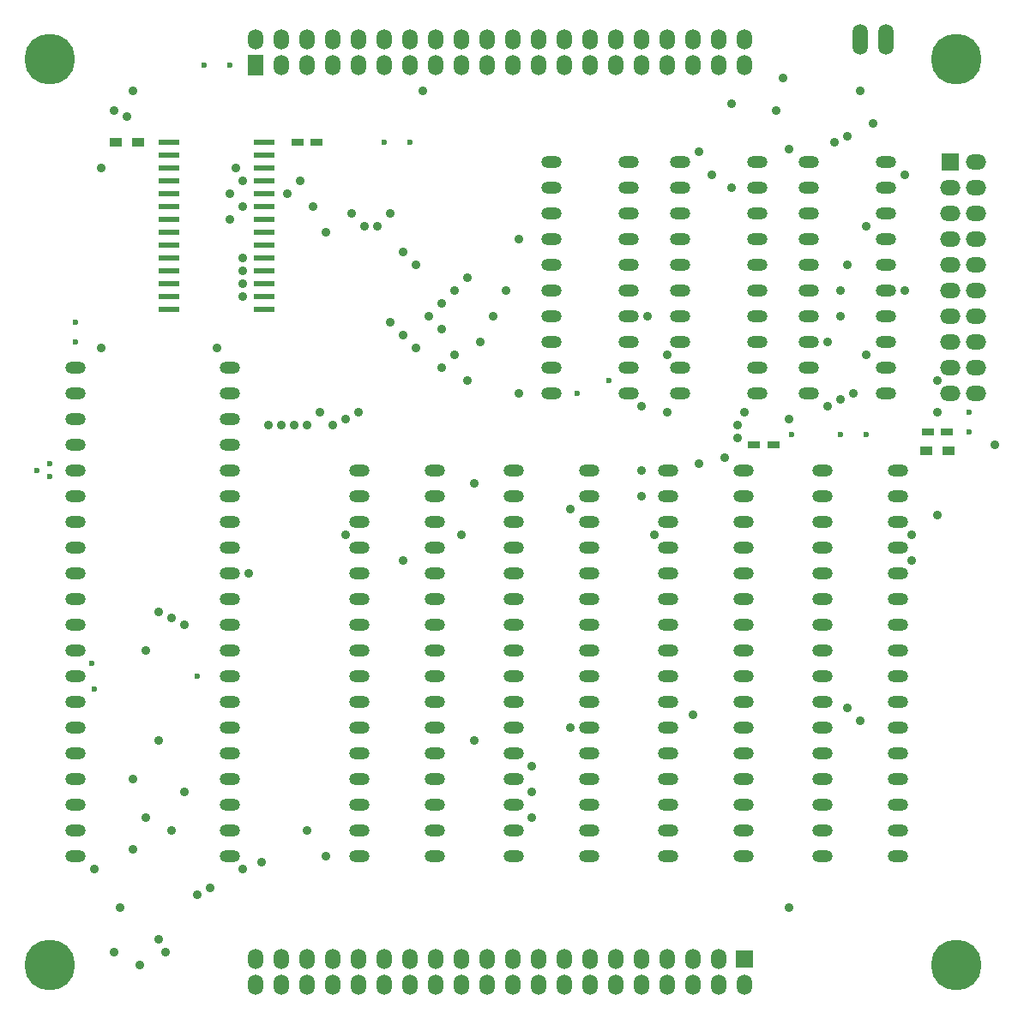
<source format=gts>
G04 #@! TF.FileFunction,Soldermask,Top*
%FSLAX46Y46*%
G04 Gerber Fmt 4.6, Leading zero omitted, Abs format (unit mm)*
G04 Created by KiCad (PCBNEW 4.0.2-stable) date 27-3-2016 11:05:44*
%MOMM*%
G01*
G04 APERTURE LIST*
%ADD10C,0.150000*%
%ADD11C,0.600000*%
%ADD12R,1.200000X0.750000*%
%ADD13O,2.000000X1.200000*%
%ADD14R,2.000000X0.600000*%
%ADD15R,1.200000X0.900000*%
%ADD16R,1.500000X2.000000*%
%ADD17O,1.500000X2.000000*%
%ADD18R,1.727200X1.727200*%
%ADD19C,5.000000*%
%ADD20O,2.000000X1.500000*%
%ADD21O,1.506220X3.014980*%
%ADD22C,0.889000*%
G04 APERTURE END LIST*
D10*
D11*
X56515000Y-90170000D03*
X57785000Y-90805000D03*
X57785000Y-89535000D03*
X61976000Y-109220000D03*
X148590000Y-86360000D03*
X148590000Y-84455000D03*
X138430000Y-86614000D03*
X135890000Y-86614000D03*
X113030000Y-81280000D03*
X109855000Y-82550000D03*
X90805000Y-57785000D03*
X93345000Y-57785000D03*
X62230000Y-111760000D03*
X72390000Y-110490000D03*
X60325000Y-75565000D03*
X60325000Y-77470000D03*
X131064000Y-86614000D03*
X73025000Y-50165000D03*
X75565000Y-50165000D03*
D12*
X127320000Y-87630000D03*
X129220000Y-87630000D03*
X144465000Y-86360000D03*
X146365000Y-86360000D03*
X82235000Y-57785000D03*
X84135000Y-57785000D03*
D13*
X95835000Y-90170000D03*
X88315000Y-90170000D03*
X95835000Y-92710000D03*
X88315000Y-92710000D03*
X95835000Y-95250000D03*
X88315000Y-95250000D03*
X95835000Y-97790000D03*
X88315000Y-97790000D03*
X95835000Y-100330000D03*
X88315000Y-100330000D03*
X95835000Y-102870000D03*
X88315000Y-102870000D03*
X95835000Y-105410000D03*
X88315000Y-105410000D03*
X95835000Y-107950000D03*
X88315000Y-107950000D03*
X95835000Y-110490000D03*
X88315000Y-110490000D03*
X95835000Y-113030000D03*
X88315000Y-113030000D03*
X95835000Y-115570000D03*
X88315000Y-115570000D03*
X95835000Y-118110000D03*
X88315000Y-118110000D03*
X95835000Y-120650000D03*
X88315000Y-120650000D03*
X95835000Y-123190000D03*
X88315000Y-123190000D03*
X95835000Y-125730000D03*
X88315000Y-125730000D03*
X95835000Y-128270000D03*
X88315000Y-128270000D03*
X111075000Y-90170000D03*
X103555000Y-90170000D03*
X111075000Y-92710000D03*
X103555000Y-92710000D03*
X111075000Y-95250000D03*
X103555000Y-95250000D03*
X111075000Y-97790000D03*
X103555000Y-97790000D03*
X111075000Y-100330000D03*
X103555000Y-100330000D03*
X111075000Y-102870000D03*
X103555000Y-102870000D03*
X111075000Y-105410000D03*
X103555000Y-105410000D03*
X111075000Y-107950000D03*
X103555000Y-107950000D03*
X111075000Y-110490000D03*
X103555000Y-110490000D03*
X111075000Y-113030000D03*
X103555000Y-113030000D03*
X111075000Y-115570000D03*
X103555000Y-115570000D03*
X111075000Y-118110000D03*
X103555000Y-118110000D03*
X111075000Y-120650000D03*
X103555000Y-120650000D03*
X111075000Y-123190000D03*
X103555000Y-123190000D03*
X111075000Y-125730000D03*
X103555000Y-125730000D03*
X111075000Y-128270000D03*
X103555000Y-128270000D03*
X126315000Y-90170000D03*
X118795000Y-90170000D03*
X126315000Y-92710000D03*
X118795000Y-92710000D03*
X126315000Y-95250000D03*
X118795000Y-95250000D03*
X126315000Y-97790000D03*
X118795000Y-97790000D03*
X126315000Y-100330000D03*
X118795000Y-100330000D03*
X126315000Y-102870000D03*
X118795000Y-102870000D03*
X126315000Y-105410000D03*
X118795000Y-105410000D03*
X126315000Y-107950000D03*
X118795000Y-107950000D03*
X126315000Y-110490000D03*
X118795000Y-110490000D03*
X126315000Y-113030000D03*
X118795000Y-113030000D03*
X126315000Y-115570000D03*
X118795000Y-115570000D03*
X126315000Y-118110000D03*
X118795000Y-118110000D03*
X126315000Y-120650000D03*
X118795000Y-120650000D03*
X126315000Y-123190000D03*
X118795000Y-123190000D03*
X126315000Y-125730000D03*
X118795000Y-125730000D03*
X126315000Y-128270000D03*
X118795000Y-128270000D03*
X141555000Y-90170000D03*
X134035000Y-90170000D03*
X141555000Y-92710000D03*
X134035000Y-92710000D03*
X141555000Y-95250000D03*
X134035000Y-95250000D03*
X141555000Y-97790000D03*
X134035000Y-97790000D03*
X141555000Y-100330000D03*
X134035000Y-100330000D03*
X141555000Y-102870000D03*
X134035000Y-102870000D03*
X141555000Y-105410000D03*
X134035000Y-105410000D03*
X141555000Y-107950000D03*
X134035000Y-107950000D03*
X141555000Y-110490000D03*
X134035000Y-110490000D03*
X141555000Y-113030000D03*
X134035000Y-113030000D03*
X141555000Y-115570000D03*
X134035000Y-115570000D03*
X141555000Y-118110000D03*
X134035000Y-118110000D03*
X141555000Y-120650000D03*
X134035000Y-120650000D03*
X141555000Y-123190000D03*
X134035000Y-123190000D03*
X141555000Y-125730000D03*
X134035000Y-125730000D03*
X141555000Y-128270000D03*
X134035000Y-128270000D03*
X60325000Y-80010000D03*
X60325000Y-82550000D03*
X60325000Y-85090000D03*
X60325000Y-87630000D03*
X60325000Y-90170000D03*
X60325000Y-92710000D03*
X60325000Y-95250000D03*
X60325000Y-97790000D03*
X60325000Y-100330000D03*
X60325000Y-102870000D03*
X60325000Y-105410000D03*
X60325000Y-107950000D03*
X60325000Y-110490000D03*
X60325000Y-113030000D03*
X60325000Y-115570000D03*
X60325000Y-118110000D03*
X60325000Y-120650000D03*
X60325000Y-123190000D03*
X60325000Y-125730000D03*
X60325000Y-128270000D03*
X75565000Y-128270000D03*
X75565000Y-125730000D03*
X75565000Y-123190000D03*
X75565000Y-120650000D03*
X75565000Y-118110000D03*
X75565000Y-115570000D03*
X75565000Y-113030000D03*
X75565000Y-110490000D03*
X75565000Y-107950000D03*
X75565000Y-105410000D03*
X75565000Y-102870000D03*
X75565000Y-100330000D03*
X75565000Y-97790000D03*
X75565000Y-95250000D03*
X75565000Y-92710000D03*
X75565000Y-90170000D03*
X75565000Y-87630000D03*
X75565000Y-85090000D03*
X75565000Y-82550000D03*
X75565000Y-80010000D03*
D14*
X69595000Y-57785000D03*
X69595000Y-59055000D03*
X69595000Y-60325000D03*
X69595000Y-61595000D03*
X69595000Y-62865000D03*
X69595000Y-64135000D03*
X69595000Y-65405000D03*
X69595000Y-66675000D03*
X69595000Y-67945000D03*
X69595000Y-69215000D03*
X69595000Y-70485000D03*
X69595000Y-71755000D03*
X69595000Y-73025000D03*
X69595000Y-74295000D03*
X78995000Y-74295000D03*
X78995000Y-73025000D03*
X78995000Y-71755000D03*
X78995000Y-70485000D03*
X78995000Y-69215000D03*
X78995000Y-67945000D03*
X78995000Y-66675000D03*
X78995000Y-65405000D03*
X78995000Y-64135000D03*
X78995000Y-62865000D03*
X78995000Y-61595000D03*
X78995000Y-60325000D03*
X78995000Y-59055000D03*
X78995000Y-57785000D03*
D15*
X66505000Y-57785000D03*
X64305000Y-57785000D03*
X144315000Y-88265000D03*
X146515000Y-88265000D03*
D13*
X120015000Y-59690000D03*
X120015000Y-62230000D03*
X120015000Y-64770000D03*
X120015000Y-67310000D03*
X120015000Y-69850000D03*
X120015000Y-72390000D03*
X120015000Y-74930000D03*
X120015000Y-77470000D03*
X120015000Y-80010000D03*
X120015000Y-82550000D03*
X127635000Y-82550000D03*
X127635000Y-80010000D03*
X127635000Y-77470000D03*
X127635000Y-74930000D03*
X127635000Y-72390000D03*
X127635000Y-69850000D03*
X127635000Y-67310000D03*
X127635000Y-64770000D03*
X127635000Y-62230000D03*
X127635000Y-59690000D03*
X132715000Y-59690000D03*
X132715000Y-62230000D03*
X132715000Y-64770000D03*
X132715000Y-67310000D03*
X132715000Y-69850000D03*
X132715000Y-72390000D03*
X132715000Y-74930000D03*
X132715000Y-77470000D03*
X132715000Y-80010000D03*
X132715000Y-82550000D03*
X140335000Y-82550000D03*
X140335000Y-80010000D03*
X140335000Y-77470000D03*
X140335000Y-74930000D03*
X140335000Y-72390000D03*
X140335000Y-69850000D03*
X140335000Y-67310000D03*
X140335000Y-64770000D03*
X140335000Y-62230000D03*
X140335000Y-59690000D03*
X107315000Y-59690000D03*
X107315000Y-62230000D03*
X107315000Y-64770000D03*
X107315000Y-67310000D03*
X107315000Y-69850000D03*
X107315000Y-72390000D03*
X107315000Y-74930000D03*
X107315000Y-77470000D03*
X107315000Y-80010000D03*
X107315000Y-82550000D03*
X114935000Y-82550000D03*
X114935000Y-80010000D03*
X114935000Y-77470000D03*
X114935000Y-74930000D03*
X114935000Y-72390000D03*
X114935000Y-69850000D03*
X114935000Y-67310000D03*
X114935000Y-64770000D03*
X114935000Y-62230000D03*
X114935000Y-59690000D03*
D16*
X78105000Y-50165000D03*
D17*
X78105000Y-47625000D03*
X80645000Y-50165000D03*
X80645000Y-47625000D03*
X83185000Y-50165000D03*
X83185000Y-47625000D03*
X85725000Y-50165000D03*
X85725000Y-47625000D03*
X88265000Y-50165000D03*
X88265000Y-47625000D03*
X90805000Y-50165000D03*
X90805000Y-47625000D03*
X93345000Y-50165000D03*
X93345000Y-47625000D03*
X95885000Y-50165000D03*
X95885000Y-47625000D03*
X98425000Y-50165000D03*
X98425000Y-47625000D03*
X100965000Y-50165000D03*
X100965000Y-47625000D03*
X103505000Y-50165000D03*
X103505000Y-47625000D03*
X106045000Y-50165000D03*
X106045000Y-47625000D03*
X108585000Y-50165000D03*
X108585000Y-47625000D03*
X111125000Y-50165000D03*
X111125000Y-47625000D03*
X113665000Y-50165000D03*
X113665000Y-47625000D03*
X116205000Y-50165000D03*
X116205000Y-47625000D03*
X118745000Y-50165000D03*
X118745000Y-47625000D03*
X121285000Y-50165000D03*
X121285000Y-47625000D03*
X123825000Y-50165000D03*
X123825000Y-47625000D03*
X126365000Y-50165000D03*
X126365000Y-47625000D03*
D18*
X126365000Y-138430000D03*
D17*
X126365000Y-140970000D03*
X123825000Y-138430000D03*
X123825000Y-140970000D03*
X121285000Y-138430000D03*
X121285000Y-140970000D03*
X118745000Y-138430000D03*
X118745000Y-140970000D03*
X116205000Y-138430000D03*
X116205000Y-140970000D03*
X113665000Y-138430000D03*
X113665000Y-140970000D03*
X111125000Y-138430000D03*
X111125000Y-140970000D03*
X108585000Y-138430000D03*
X108585000Y-140970000D03*
X106045000Y-138430000D03*
X106045000Y-140970000D03*
X103505000Y-138430000D03*
X103505000Y-140970000D03*
X100965000Y-138430000D03*
X100965000Y-140970000D03*
X98425000Y-138430000D03*
X98425000Y-140970000D03*
X95885000Y-138430000D03*
X95885000Y-140970000D03*
X93345000Y-138430000D03*
X93345000Y-140970000D03*
X90805000Y-138430000D03*
X90805000Y-140970000D03*
X88265000Y-138430000D03*
X88265000Y-140970000D03*
X85725000Y-138430000D03*
X85725000Y-140970000D03*
X83185000Y-138430000D03*
X83185000Y-140970000D03*
X80645000Y-138430000D03*
X80645000Y-140970000D03*
X78105000Y-138430000D03*
X78105000Y-140970000D03*
D19*
X57785000Y-49530000D03*
X57785000Y-139065000D03*
X147320000Y-139065000D03*
X147320000Y-49530000D03*
D18*
X146685000Y-59690000D03*
D20*
X149225000Y-59690000D03*
X146685000Y-62230000D03*
X149225000Y-62230000D03*
X146685000Y-64770000D03*
X149225000Y-64770000D03*
X146685000Y-67310000D03*
X149225000Y-67310000D03*
X146685000Y-69850000D03*
X149225000Y-69850000D03*
X146685000Y-72390000D03*
X149225000Y-72390000D03*
X146685000Y-74930000D03*
X149225000Y-74930000D03*
X146685000Y-77470000D03*
X149225000Y-77470000D03*
X146685000Y-80010000D03*
X149225000Y-80010000D03*
X146685000Y-82550000D03*
X149225000Y-82550000D03*
D21*
X137795000Y-47625000D03*
X140335000Y-47625000D03*
D22*
X76835000Y-129540000D03*
X78740000Y-128905000D03*
X73660000Y-131445000D03*
X68580000Y-136525000D03*
X65405000Y-55245000D03*
X66040000Y-127635000D03*
X66040000Y-120650000D03*
X109220000Y-93980000D03*
X116205000Y-92710000D03*
X109220000Y-115570000D03*
X137795000Y-114935000D03*
X121285000Y-114300000D03*
X151130000Y-87630000D03*
X136525000Y-113665000D03*
X64135000Y-54610000D03*
X85090000Y-128270000D03*
X121920000Y-58674000D03*
X72390000Y-132080000D03*
X83185000Y-125730000D03*
X86995000Y-96520000D03*
X117475000Y-96520000D03*
X77470000Y-100330000D03*
X94615000Y-52705000D03*
X66040000Y-52705000D03*
X62230000Y-129540000D03*
X64770000Y-133350000D03*
X64135000Y-137795000D03*
X66675000Y-139065000D03*
X87630000Y-64770000D03*
X88900000Y-66040000D03*
X90170000Y-66040000D03*
X67310000Y-124460000D03*
X67310000Y-107950000D03*
X69850000Y-104775000D03*
X69850000Y-125730000D03*
X105410000Y-124460000D03*
X102870000Y-72390000D03*
X71120000Y-105410000D03*
X71120000Y-121920000D03*
X101600000Y-74930000D03*
X105410000Y-121920000D03*
X68580000Y-116840000D03*
X68580000Y-104140000D03*
X100330000Y-77470000D03*
X105410000Y-119380000D03*
X99695000Y-116840000D03*
X96520000Y-80010000D03*
X142875000Y-99060000D03*
X92710000Y-99060000D03*
X91440000Y-75565000D03*
X91440000Y-64770000D03*
X92710000Y-76835000D03*
X92710000Y-68580000D03*
X142875000Y-96520000D03*
X93980000Y-78105000D03*
X93980000Y-69850000D03*
X98425000Y-96520000D03*
X99695000Y-91440000D03*
X95250000Y-74930000D03*
X74295000Y-78105000D03*
X76200000Y-60325000D03*
X116205000Y-90170000D03*
X130810000Y-133350000D03*
X62865000Y-60325000D03*
X62865000Y-78105000D03*
X145415000Y-94615000D03*
X130175000Y-51435000D03*
X123190000Y-60960000D03*
X69215000Y-137795000D03*
X76835000Y-71755000D03*
X97790000Y-72390000D03*
X97790000Y-78740000D03*
X76835000Y-69215000D03*
X104140000Y-82550000D03*
X104140000Y-67310000D03*
X76835000Y-61595000D03*
X83185000Y-85725000D03*
X125730000Y-85725000D03*
X75565000Y-62865000D03*
X125730000Y-86995000D03*
X81915000Y-85725000D03*
X80645000Y-85725000D03*
X124460000Y-88900000D03*
X76835000Y-64135000D03*
X75565000Y-65405000D03*
X121920000Y-89535000D03*
X79375000Y-85725000D03*
X76835000Y-73025000D03*
X96520000Y-73660000D03*
X96520000Y-76200000D03*
X76835000Y-70485000D03*
X99060000Y-71120000D03*
X99060000Y-81280000D03*
X88265000Y-84455000D03*
X85090000Y-66675000D03*
X118745000Y-84455000D03*
X118745000Y-78740000D03*
X86995000Y-85090000D03*
X83820000Y-64135000D03*
X81280000Y-62865000D03*
X84455000Y-84455000D03*
X116840000Y-74930000D03*
X116205000Y-83820000D03*
X126365000Y-84455000D03*
X85725000Y-85725000D03*
X82550000Y-61595000D03*
X137160000Y-82550000D03*
X137795000Y-52705000D03*
X145415000Y-84455000D03*
X130810000Y-85090000D03*
X129540000Y-54610000D03*
X130810000Y-58420000D03*
X135890000Y-72390000D03*
X136525000Y-69850000D03*
X135255000Y-57785000D03*
X136525000Y-57150000D03*
X145415000Y-81280000D03*
X135890000Y-83185000D03*
X138430000Y-66040000D03*
X139065000Y-55880000D03*
X125095000Y-62230000D03*
X125095000Y-53975000D03*
X135890000Y-74930000D03*
X134620000Y-83820000D03*
X142240000Y-60960000D03*
X142240000Y-72390000D03*
X138430000Y-78740000D03*
X134620000Y-77470000D03*
M02*

</source>
